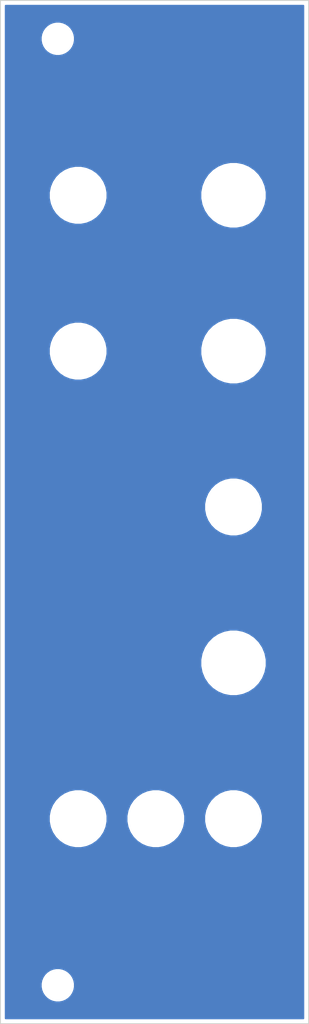
<source format=kicad_pcb>
(kicad_pcb (version 20171130) (host pcbnew 5.1.6-c6e7f7d~86~ubuntu20.04.1)

  (general
    (thickness 1.6)
    (drawings 7)
    (tracks 0)
    (zones 0)
    (modules 11)
    (nets 1)
  )

  (page A4)
  (title_block
    (title ПОЛИВОКС)
    (date 2020-06-01)
    (rev 01)
    (comment 1 "PCB for Panel")
    (comment 2 "polivoks LM4250 VCF")
    (comment 4 "License CC BY 4.0 - Attribution 4.0 International")
  )

  (layers
    (0 F.Cu signal)
    (31 B.Cu signal)
    (32 B.Adhes user)
    (33 F.Adhes user)
    (34 B.Paste user)
    (35 F.Paste user)
    (36 B.SilkS user)
    (37 F.SilkS user)
    (38 B.Mask user)
    (39 F.Mask user)
    (40 Dwgs.User user)
    (41 Cmts.User user)
    (42 Eco1.User user)
    (43 Eco2.User user)
    (44 Edge.Cuts user)
    (45 Margin user)
    (46 B.CrtYd user)
    (47 F.CrtYd user)
    (48 B.Fab user)
    (49 F.Fab user)
  )

  (setup
    (last_trace_width 0.25)
    (trace_clearance 0.2)
    (zone_clearance 0.508)
    (zone_45_only no)
    (trace_min 0.2)
    (via_size 0.8)
    (via_drill 0.4)
    (via_min_size 0.4)
    (via_min_drill 0.3)
    (uvia_size 0.3)
    (uvia_drill 0.1)
    (uvias_allowed no)
    (uvia_min_size 0.2)
    (uvia_min_drill 0.1)
    (edge_width 0.05)
    (segment_width 0.2)
    (pcb_text_width 0.3)
    (pcb_text_size 1.5 1.5)
    (mod_edge_width 0.12)
    (mod_text_size 1 1)
    (mod_text_width 0.15)
    (pad_size 5 5)
    (pad_drill 0)
    (pad_to_mask_clearance 0.051)
    (solder_mask_min_width 0.25)
    (aux_axis_origin 0 0)
    (visible_elements 7FFFFFFF)
    (pcbplotparams
      (layerselection 0x010f0_ffffffff)
      (usegerberextensions false)
      (usegerberattributes false)
      (usegerberadvancedattributes false)
      (creategerberjobfile false)
      (excludeedgelayer true)
      (linewidth 0.100000)
      (plotframeref false)
      (viasonmask false)
      (mode 1)
      (useauxorigin false)
      (hpglpennumber 1)
      (hpglpenspeed 20)
      (hpglpendiameter 15.000000)
      (psnegative false)
      (psa4output false)
      (plotreference true)
      (plotvalue true)
      (plotinvisibletext false)
      (padsonsilk false)
      (subtractmaskfromsilk false)
      (outputformat 1)
      (mirror false)
      (drillshape 0)
      (scaleselection 1)
      (outputdirectory "gerbers/"))
  )

  (net 0 "")

  (net_class Default "This is the default net class."
    (clearance 0.2)
    (trace_width 0.25)
    (via_dia 0.8)
    (via_drill 0.4)
    (uvia_dia 0.3)
    (uvia_drill 0.1)
  )

  (module MountingHole:MountingHole_3.2mm_M3 (layer F.Cu) (tedit 56D1B4CB) (tstamp 5ED49E9E)
    (at 32.9 30.4)
    (descr "Mounting Hole 3.2mm, no annular, M3")
    (tags "mounting hole 3.2mm no annular m3")
    (path /5ED4DD9E)
    (attr virtual)
    (fp_text reference H11 (at 0 -4.2) (layer F.SilkS) hide
      (effects (font (size 1 1) (thickness 0.15)))
    )
    (fp_text value MountingHole (at 0 4.2) (layer F.Fab) hide
      (effects (font (size 1 1) (thickness 0.15)))
    )
    (fp_text user %R (at 0.3 0) (layer F.Fab) hide
      (effects (font (size 1 1) (thickness 0.15)))
    )
    (fp_circle (center 0 0) (end 3.2 0) (layer Cmts.User) (width 0.15))
    (fp_circle (center 0 0) (end 3.45 0) (layer F.CrtYd) (width 0.05))
    (pad 1 np_thru_hole circle (at 0 0) (size 3.2 3.2) (drill 3.2) (layers *.Cu *.Mask))
  )

  (module MountingHole:MountingHole_3.2mm_M3 (layer F.Cu) (tedit 56D1B4CB) (tstamp 5ED49E96)
    (at 32.9 153.8)
    (descr "Mounting Hole 3.2mm, no annular, M3")
    (tags "mounting hole 3.2mm no annular m3")
    (path /5ED4DAFF)
    (attr virtual)
    (fp_text reference H10 (at 0 -4.2) (layer F.SilkS) hide
      (effects (font (size 1 1) (thickness 0.15)))
    )
    (fp_text value MountingHole (at 0 4.2) (layer F.Fab) hide
      (effects (font (size 1 1) (thickness 0.15)))
    )
    (fp_text user %R (at 0.3 0) (layer F.Fab) hide
      (effects (font (size 1 1) (thickness 0.15)))
    )
    (fp_circle (center 0 0) (end 3.2 0) (layer Cmts.User) (width 0.15))
    (fp_circle (center 0 0) (end 3.45 0) (layer F.CrtYd) (width 0.05))
    (pad 1 np_thru_hole circle (at 0 0) (size 3.2 3.2) (drill 3.2) (layers *.Cu *.Mask))
  )

  (module elektrophon:panel_switch (layer F.Cu) (tedit 5EE642B8) (tstamp 5ED49E8E)
    (at 55.88 91.44)
    (descr "Mounting Hole 8.4mm, no annular, M8")
    (tags "mounting hole 8.4mm no annular m8")
    (path /5ED4BD61)
    (attr virtual)
    (fp_text reference H9 (at 0 -9.4) (layer F.SilkS) hide
      (effects (font (size 1 1) (thickness 0.15)))
    )
    (fp_text value soft/hard (at 0 9.144) (layer F.Mask)
      (effects (font (size 2 1.4) (thickness 0.25)))
    )
    (fp_text user %R (at 0.3 0) (layer F.Fab)
      (effects (font (size 1 1) (thickness 0.15)))
    )
    (fp_circle (center 0 0) (end 5.2 0) (layer F.CrtYd) (width 0.05))
    (fp_circle (center 0 0) (end 5 0) (layer Cmts.User) (width 0.15))
    (pad "" np_thru_hole circle (at 0 0) (size 6.4 6.4) (drill 6.4) (layers *.Cu *.Mask))
    (model "/home/etienne/Documents/elektrophon/lib/kicad/models/SPDT Toggle Switch.stp"
      (offset (xyz -3.5 12.5 -10.5))
      (scale (xyz 1 1 1))
      (rotate (xyz -90 0 -90))
    )
  )

  (module elektrophon:panel_jack (layer F.Cu) (tedit 5DA46DDA) (tstamp 5ED49E86)
    (at 55.88 132.08)
    (descr "Mounting Hole 8.4mm, no annular, M8")
    (tags "mounting hole 8.4mm no annular m8")
    (path /5ED4B890)
    (attr virtual)
    (fp_text reference H8 (at 0 -9.4) (layer F.SilkS) hide
      (effects (font (size 1 1) (thickness 0.15)))
    )
    (fp_text value lp (at 0 9.144) (layer F.Mask)
      (effects (font (size 2 1.4) (thickness 0.25)))
    )
    (fp_text user %R (at 0.3 0) (layer F.Fab)
      (effects (font (size 1 1) (thickness 0.15)))
    )
    (fp_circle (center 0 0) (end 4 0) (layer Cmts.User) (width 0.15))
    (fp_circle (center 0 0) (end 4.2 0) (layer F.CrtYd) (width 0.05))
    (pad "" np_thru_hole circle (at 0 0) (size 6.4 6.4) (drill 6.4) (layers *.Cu *.Mask))
    (model "${KIPRJMOD}/../../../lib/kicad/models/PJ301M-12 Thonkiconn v0.2.stp"
      (offset (xyz 0 0.8 -10.5))
      (scale (xyz 1 1 1))
      (rotate (xyz 0 0 0))
    )
  )

  (module elektrophon:panel_potentiometer (layer F.Cu) (tedit 5DA46CEF) (tstamp 5ED49E7E)
    (at 55.88 111.76)
    (descr "Mounting Hole 8.4mm, no annular, M8")
    (tags "mounting hole 8.4mm no annular m8")
    (path /5ED4B463)
    (attr virtual)
    (fp_text reference H7 (at 0 -9.4) (layer F.SilkS) hide
      (effects (font (size 1 1) (thickness 0.15)))
    )
    (fp_text value res (at 0 9.144) (layer F.Mask)
      (effects (font (size 2 1.4) (thickness 0.25)))
    )
    (fp_text user %R (at 0.3 0) (layer F.Fab)
      (effects (font (size 1 1) (thickness 0.15)))
    )
    (fp_circle (center 0 0) (end 6.35 0) (layer Cmts.User) (width 0.15))
    (fp_circle (center 0 0) (end 6.6 0) (layer F.CrtYd) (width 0.05))
    (pad "" np_thru_hole circle (at 0 0) (size 7.4 7.4) (drill 7.4) (layers *.Cu *.Mask))
    (model "${KIPRJMOD}/../../../lib/kicad/models/chroma cap.step"
      (offset (xyz 0 0 8))
      (scale (xyz 1 1 1))
      (rotate (xyz -90 0 0))
    )
  )

  (module elektrophon:panel_potentiometer (layer F.Cu) (tedit 5DA46CEF) (tstamp 5ED49E76)
    (at 55.88 71.12)
    (descr "Mounting Hole 8.4mm, no annular, M8")
    (tags "mounting hole 8.4mm no annular m8")
    (path /5ED4AC12)
    (attr virtual)
    (fp_text reference H6 (at 0 -9.4) (layer F.SilkS) hide
      (effects (font (size 1 1) (thickness 0.15)))
    )
    (fp_text value freq (at 0 9.144) (layer F.Mask)
      (effects (font (size 2 1.4) (thickness 0.25)))
    )
    (fp_text user %R (at 0.3 0) (layer F.Fab)
      (effects (font (size 1 1) (thickness 0.15)))
    )
    (fp_circle (center 0 0) (end 6.35 0) (layer Cmts.User) (width 0.15))
    (fp_circle (center 0 0) (end 6.6 0) (layer F.CrtYd) (width 0.05))
    (pad "" np_thru_hole circle (at 0 0) (size 7.4 7.4) (drill 7.4) (layers *.Cu *.Mask))
    (model "${KIPRJMOD}/../../../lib/kicad/models/chroma cap.step"
      (offset (xyz 0 0 8))
      (scale (xyz 1 1 1))
      (rotate (xyz -90 0 0))
    )
  )

  (module elektrophon:panel_jack (layer F.Cu) (tedit 5DA46DDA) (tstamp 5ED49E67)
    (at 45.72 132.08)
    (descr "Mounting Hole 8.4mm, no annular, M8")
    (tags "mounting hole 8.4mm no annular m8")
    (path /5ED4B623)
    (attr virtual)
    (fp_text reference H4 (at 0 -9.4) (layer F.SilkS) hide
      (effects (font (size 1 1) (thickness 0.15)))
    )
    (fp_text value bp (at 0 9.144) (layer F.Mask)
      (effects (font (size 2 1.4) (thickness 0.25)))
    )
    (fp_text user %R (at 0.3 0) (layer F.Fab)
      (effects (font (size 1 1) (thickness 0.15)))
    )
    (fp_circle (center 0 0) (end 4 0) (layer Cmts.User) (width 0.15))
    (fp_circle (center 0 0) (end 4.2 0) (layer F.CrtYd) (width 0.05))
    (pad "" np_thru_hole circle (at 0 0) (size 6.4 6.4) (drill 6.4) (layers *.Cu *.Mask))
    (model "${KIPRJMOD}/../../../lib/kicad/models/PJ301M-12 Thonkiconn v0.2.stp"
      (offset (xyz 0 0.8 -10.5))
      (scale (xyz 1 1 1))
      (rotate (xyz 0 0 0))
    )
  )

  (module elektrophon:panel_jack (layer F.Cu) (tedit 5DA46DDA) (tstamp 5ED49E5F)
    (at 35.56 132.08)
    (descr "Mounting Hole 8.4mm, no annular, M8")
    (tags "mounting hole 8.4mm no annular m8")
    (path /5ED4B11B)
    (attr virtual)
    (fp_text reference H3 (at 0 -9.4) (layer F.SilkS) hide
      (effects (font (size 1 1) (thickness 0.15)))
    )
    (fp_text value in (at 0 9.144) (layer F.Mask)
      (effects (font (size 2 1.4) (thickness 0.25)))
    )
    (fp_text user %R (at 0.3 0) (layer F.Fab)
      (effects (font (size 1 1) (thickness 0.15)))
    )
    (fp_circle (center 0 0) (end 4 0) (layer Cmts.User) (width 0.15))
    (fp_circle (center 0 0) (end 4.2 0) (layer F.CrtYd) (width 0.05))
    (pad "" np_thru_hole circle (at 0 0) (size 6.4 6.4) (drill 6.4) (layers *.Cu *.Mask))
    (model "${KIPRJMOD}/../../../lib/kicad/models/PJ301M-12 Thonkiconn v0.2.stp"
      (offset (xyz 0 0.8 -10.5))
      (scale (xyz 1 1 1))
      (rotate (xyz 0 0 0))
    )
  )

  (module elektrophon:panel_jack (layer F.Cu) (tedit 5DA46DDA) (tstamp 5ED49E57)
    (at 35.56 71.12)
    (descr "Mounting Hole 8.4mm, no annular, M8")
    (tags "mounting hole 8.4mm no annular m8")
    (path /5ED4AEB2)
    (attr virtual)
    (fp_text reference H2 (at 0 -9.4) (layer F.SilkS) hide
      (effects (font (size 1 1) (thickness 0.15)))
    )
    (fp_text value cv (at 0 9.144) (layer F.Mask)
      (effects (font (size 2 1.4) (thickness 0.25)))
    )
    (fp_text user %R (at 0.3 0) (layer F.Fab)
      (effects (font (size 1 1) (thickness 0.15)))
    )
    (fp_circle (center 0 0) (end 4 0) (layer Cmts.User) (width 0.15))
    (fp_circle (center 0 0) (end 4.2 0) (layer F.CrtYd) (width 0.05))
    (pad "" np_thru_hole circle (at 0 0) (size 6.4 6.4) (drill 6.4) (layers *.Cu *.Mask))
    (model "${KIPRJMOD}/../../../lib/kicad/models/PJ301M-12 Thonkiconn v0.2.stp"
      (offset (xyz 0 0.8 -10.5))
      (scale (xyz 1 1 1))
      (rotate (xyz 0 0 0))
    )
  )

  (module elektrophon:panel_potentiometer (layer F.Cu) (tedit 5DA46CEF) (tstamp 5E063B4A)
    (at 55.88 50.8)
    (descr "Mounting Hole 8.4mm, no annular, M8")
    (tags "mounting hole 8.4mm no annular m8")
    (path /5D6AFC22)
    (attr virtual)
    (fp_text reference H5 (at 0 -9.4) (layer F.SilkS) hide
      (effects (font (size 1 1) (thickness 0.15)))
    )
    (fp_text value level (at 0 9.144) (layer F.Mask) hide
      (effects (font (size 2 1.4) (thickness 0.25)))
    )
    (fp_text user %R (at 0.3 0) (layer F.Fab) hide
      (effects (font (size 1 1) (thickness 0.15)))
    )
    (fp_circle (center 0 0) (end 6.35 0) (layer Cmts.User) (width 0.15))
    (fp_circle (center 0 0) (end 6.6 0) (layer F.CrtYd) (width 0.05))
    (pad "" np_thru_hole circle (at 0 0) (size 7.4 7.4) (drill 7.4) (layers *.Cu *.Mask))
    (model "${KIPRJMOD}/../../../lib/kicad/models/chroma cap.step"
      (offset (xyz 0 0 8))
      (scale (xyz 1 1 1))
      (rotate (xyz -90 0 0))
    )
  )

  (module elektrophon:panel_jack (layer F.Cu) (tedit 5DA46DDA) (tstamp 5E063B12)
    (at 35.56 50.8)
    (descr "Mounting Hole 8.4mm, no annular, M8")
    (tags "mounting hole 8.4mm no annular m8")
    (path /5E05E354)
    (attr virtual)
    (fp_text reference H1 (at 0 -9.4) (layer F.SilkS) hide
      (effects (font (size 1 1) (thickness 0.15)))
    )
    (fp_text value fm (at 0 9.144) (layer F.Mask)
      (effects (font (size 2 1.4) (thickness 0.25)))
    )
    (fp_text user %R (at 0.3 0) (layer F.Fab)
      (effects (font (size 1 1) (thickness 0.15)))
    )
    (fp_circle (center 0 0) (end 4 0) (layer Cmts.User) (width 0.15))
    (fp_circle (center 0 0) (end 4.2 0) (layer F.CrtYd) (width 0.05))
    (pad "" np_thru_hole circle (at 0 0) (size 6.4 6.4) (drill 6.4) (layers *.Cu *.Mask))
    (model "${KIPRJMOD}/../../../lib/kicad/models/PJ301M-12 Thonkiconn v0.2.stp"
      (offset (xyz 0 0.8 -10.5))
      (scale (xyz 1 1 1))
      (rotate (xyz 0 0 0))
    )
  )

  (gr_line (start 35.56 50.8) (end 55.88 50.8) (layer F.Mask) (width 0.25))
  (gr_text R01 (at 60.12 155.09) (layer F.Cu)
    (effects (font (size 2 1.4) (thickness 0.25)))
  )
  (gr_text ПОЛИВОКС (at 48.514 30.734) (layer F.Mask)
    (effects (font (size 3 3) (thickness 0.35)))
  )
  (gr_line (start 65.7 158.8) (end 25.4 158.8) (layer Edge.Cuts) (width 0.12))
  (gr_line (start 65.7 25.4) (end 65.7 158.8) (layer Edge.Cuts) (width 0.12))
  (gr_line (start 25.4 25.4) (end 25.4 158.8) (layer Edge.Cuts) (width 0.12))
  (gr_line (start 25.4 25.4) (end 65.7 25.4) (layer Edge.Cuts) (width 0.12))

  (zone (net 0) (net_name "") (layer B.Cu) (tstamp 5EDD612B) (hatch edge 0.508)
    (connect_pads (clearance 0.508))
    (min_thickness 0.254)
    (fill yes (arc_segments 32) (thermal_gap 0.508) (thermal_bridge_width 0.508))
    (polygon
      (pts
        (xy 25.39 25.34) (xy 65.72 25.41) (xy 65.69 158.79) (xy 25.41 158.79)
      )
    )
    (filled_polygon
      (pts
        (xy 65.005001 158.105) (xy 26.095 158.105) (xy 26.095 153.579872) (xy 30.665 153.579872) (xy 30.665 154.020128)
        (xy 30.75089 154.451925) (xy 30.919369 154.858669) (xy 31.163962 155.224729) (xy 31.475271 155.536038) (xy 31.841331 155.780631)
        (xy 32.248075 155.94911) (xy 32.679872 156.035) (xy 33.120128 156.035) (xy 33.551925 155.94911) (xy 33.958669 155.780631)
        (xy 34.324729 155.536038) (xy 34.636038 155.224729) (xy 34.880631 154.858669) (xy 35.04911 154.451925) (xy 35.135 154.020128)
        (xy 35.135 153.579872) (xy 35.04911 153.148075) (xy 34.880631 152.741331) (xy 34.636038 152.375271) (xy 34.324729 152.063962)
        (xy 33.958669 151.819369) (xy 33.551925 151.65089) (xy 33.120128 151.565) (xy 32.679872 151.565) (xy 32.248075 151.65089)
        (xy 31.841331 151.819369) (xy 31.475271 152.063962) (xy 31.163962 152.375271) (xy 30.919369 152.741331) (xy 30.75089 153.148075)
        (xy 30.665 153.579872) (xy 26.095 153.579872) (xy 26.095 131.702285) (xy 31.725 131.702285) (xy 31.725 132.457715)
        (xy 31.872377 133.198628) (xy 32.161467 133.896554) (xy 32.581161 134.52467) (xy 33.11533 135.058839) (xy 33.743446 135.478533)
        (xy 34.441372 135.767623) (xy 35.182285 135.915) (xy 35.937715 135.915) (xy 36.678628 135.767623) (xy 37.376554 135.478533)
        (xy 38.00467 135.058839) (xy 38.538839 134.52467) (xy 38.958533 133.896554) (xy 39.247623 133.198628) (xy 39.395 132.457715)
        (xy 39.395 131.702285) (xy 41.885 131.702285) (xy 41.885 132.457715) (xy 42.032377 133.198628) (xy 42.321467 133.896554)
        (xy 42.741161 134.52467) (xy 43.27533 135.058839) (xy 43.903446 135.478533) (xy 44.601372 135.767623) (xy 45.342285 135.915)
        (xy 46.097715 135.915) (xy 46.838628 135.767623) (xy 47.536554 135.478533) (xy 48.16467 135.058839) (xy 48.698839 134.52467)
        (xy 49.118533 133.896554) (xy 49.407623 133.198628) (xy 49.555 132.457715) (xy 49.555 131.702285) (xy 52.045 131.702285)
        (xy 52.045 132.457715) (xy 52.192377 133.198628) (xy 52.481467 133.896554) (xy 52.901161 134.52467) (xy 53.43533 135.058839)
        (xy 54.063446 135.478533) (xy 54.761372 135.767623) (xy 55.502285 135.915) (xy 56.257715 135.915) (xy 56.998628 135.767623)
        (xy 57.696554 135.478533) (xy 58.32467 135.058839) (xy 58.858839 134.52467) (xy 59.278533 133.896554) (xy 59.567623 133.198628)
        (xy 59.715 132.457715) (xy 59.715 131.702285) (xy 59.567623 130.961372) (xy 59.278533 130.263446) (xy 58.858839 129.63533)
        (xy 58.32467 129.101161) (xy 57.696554 128.681467) (xy 56.998628 128.392377) (xy 56.257715 128.245) (xy 55.502285 128.245)
        (xy 54.761372 128.392377) (xy 54.063446 128.681467) (xy 53.43533 129.101161) (xy 52.901161 129.63533) (xy 52.481467 130.263446)
        (xy 52.192377 130.961372) (xy 52.045 131.702285) (xy 49.555 131.702285) (xy 49.407623 130.961372) (xy 49.118533 130.263446)
        (xy 48.698839 129.63533) (xy 48.16467 129.101161) (xy 47.536554 128.681467) (xy 46.838628 128.392377) (xy 46.097715 128.245)
        (xy 45.342285 128.245) (xy 44.601372 128.392377) (xy 43.903446 128.681467) (xy 43.27533 129.101161) (xy 42.741161 129.63533)
        (xy 42.321467 130.263446) (xy 42.032377 130.961372) (xy 41.885 131.702285) (xy 39.395 131.702285) (xy 39.247623 130.961372)
        (xy 38.958533 130.263446) (xy 38.538839 129.63533) (xy 38.00467 129.101161) (xy 37.376554 128.681467) (xy 36.678628 128.392377)
        (xy 35.937715 128.245) (xy 35.182285 128.245) (xy 34.441372 128.392377) (xy 33.743446 128.681467) (xy 33.11533 129.101161)
        (xy 32.581161 129.63533) (xy 32.161467 130.263446) (xy 31.872377 130.961372) (xy 31.725 131.702285) (xy 26.095 131.702285)
        (xy 26.095 111.33304) (xy 51.545 111.33304) (xy 51.545 112.18696) (xy 51.711592 113.024473) (xy 52.038373 113.813392)
        (xy 52.512786 114.523401) (xy 53.116599 115.127214) (xy 53.826608 115.601627) (xy 54.615527 115.928408) (xy 55.45304 116.095)
        (xy 56.30696 116.095) (xy 57.144473 115.928408) (xy 57.933392 115.601627) (xy 58.643401 115.127214) (xy 59.247214 114.523401)
        (xy 59.721627 113.813392) (xy 60.048408 113.024473) (xy 60.215 112.18696) (xy 60.215 111.33304) (xy 60.048408 110.495527)
        (xy 59.721627 109.706608) (xy 59.247214 108.996599) (xy 58.643401 108.392786) (xy 57.933392 107.918373) (xy 57.144473 107.591592)
        (xy 56.30696 107.425) (xy 55.45304 107.425) (xy 54.615527 107.591592) (xy 53.826608 107.918373) (xy 53.116599 108.392786)
        (xy 52.512786 108.996599) (xy 52.038373 109.706608) (xy 51.711592 110.495527) (xy 51.545 111.33304) (xy 26.095 111.33304)
        (xy 26.095 91.062285) (xy 52.045 91.062285) (xy 52.045 91.817715) (xy 52.192377 92.558628) (xy 52.481467 93.256554)
        (xy 52.901161 93.88467) (xy 53.43533 94.418839) (xy 54.063446 94.838533) (xy 54.761372 95.127623) (xy 55.502285 95.275)
        (xy 56.257715 95.275) (xy 56.998628 95.127623) (xy 57.696554 94.838533) (xy 58.32467 94.418839) (xy 58.858839 93.88467)
        (xy 59.278533 93.256554) (xy 59.567623 92.558628) (xy 59.715 91.817715) (xy 59.715 91.062285) (xy 59.567623 90.321372)
        (xy 59.278533 89.623446) (xy 58.858839 88.99533) (xy 58.32467 88.461161) (xy 57.696554 88.041467) (xy 56.998628 87.752377)
        (xy 56.257715 87.605) (xy 55.502285 87.605) (xy 54.761372 87.752377) (xy 54.063446 88.041467) (xy 53.43533 88.461161)
        (xy 52.901161 88.99533) (xy 52.481467 89.623446) (xy 52.192377 90.321372) (xy 52.045 91.062285) (xy 26.095 91.062285)
        (xy 26.095 70.742285) (xy 31.725 70.742285) (xy 31.725 71.497715) (xy 31.872377 72.238628) (xy 32.161467 72.936554)
        (xy 32.581161 73.56467) (xy 33.11533 74.098839) (xy 33.743446 74.518533) (xy 34.441372 74.807623) (xy 35.182285 74.955)
        (xy 35.937715 74.955) (xy 36.678628 74.807623) (xy 37.376554 74.518533) (xy 38.00467 74.098839) (xy 38.538839 73.56467)
        (xy 38.958533 72.936554) (xy 39.247623 72.238628) (xy 39.395 71.497715) (xy 39.395 70.742285) (xy 39.385205 70.69304)
        (xy 51.545 70.69304) (xy 51.545 71.54696) (xy 51.711592 72.384473) (xy 52.038373 73.173392) (xy 52.512786 73.883401)
        (xy 53.116599 74.487214) (xy 53.826608 74.961627) (xy 54.615527 75.288408) (xy 55.45304 75.455) (xy 56.30696 75.455)
        (xy 57.144473 75.288408) (xy 57.933392 74.961627) (xy 58.643401 74.487214) (xy 59.247214 73.883401) (xy 59.721627 73.173392)
        (xy 60.048408 72.384473) (xy 60.215 71.54696) (xy 60.215 70.69304) (xy 60.048408 69.855527) (xy 59.721627 69.066608)
        (xy 59.247214 68.356599) (xy 58.643401 67.752786) (xy 57.933392 67.278373) (xy 57.144473 66.951592) (xy 56.30696 66.785)
        (xy 55.45304 66.785) (xy 54.615527 66.951592) (xy 53.826608 67.278373) (xy 53.116599 67.752786) (xy 52.512786 68.356599)
        (xy 52.038373 69.066608) (xy 51.711592 69.855527) (xy 51.545 70.69304) (xy 39.385205 70.69304) (xy 39.247623 70.001372)
        (xy 38.958533 69.303446) (xy 38.538839 68.67533) (xy 38.00467 68.141161) (xy 37.376554 67.721467) (xy 36.678628 67.432377)
        (xy 35.937715 67.285) (xy 35.182285 67.285) (xy 34.441372 67.432377) (xy 33.743446 67.721467) (xy 33.11533 68.141161)
        (xy 32.581161 68.67533) (xy 32.161467 69.303446) (xy 31.872377 70.001372) (xy 31.725 70.742285) (xy 26.095 70.742285)
        (xy 26.095 50.422285) (xy 31.725 50.422285) (xy 31.725 51.177715) (xy 31.872377 51.918628) (xy 32.161467 52.616554)
        (xy 32.581161 53.24467) (xy 33.11533 53.778839) (xy 33.743446 54.198533) (xy 34.441372 54.487623) (xy 35.182285 54.635)
        (xy 35.937715 54.635) (xy 36.678628 54.487623) (xy 37.376554 54.198533) (xy 38.00467 53.778839) (xy 38.538839 53.24467)
        (xy 38.958533 52.616554) (xy 39.247623 51.918628) (xy 39.395 51.177715) (xy 39.395 50.422285) (xy 39.385205 50.37304)
        (xy 51.545 50.37304) (xy 51.545 51.22696) (xy 51.711592 52.064473) (xy 52.038373 52.853392) (xy 52.512786 53.563401)
        (xy 53.116599 54.167214) (xy 53.826608 54.641627) (xy 54.615527 54.968408) (xy 55.45304 55.135) (xy 56.30696 55.135)
        (xy 57.144473 54.968408) (xy 57.933392 54.641627) (xy 58.643401 54.167214) (xy 59.247214 53.563401) (xy 59.721627 52.853392)
        (xy 60.048408 52.064473) (xy 60.215 51.22696) (xy 60.215 50.37304) (xy 60.048408 49.535527) (xy 59.721627 48.746608)
        (xy 59.247214 48.036599) (xy 58.643401 47.432786) (xy 57.933392 46.958373) (xy 57.144473 46.631592) (xy 56.30696 46.465)
        (xy 55.45304 46.465) (xy 54.615527 46.631592) (xy 53.826608 46.958373) (xy 53.116599 47.432786) (xy 52.512786 48.036599)
        (xy 52.038373 48.746608) (xy 51.711592 49.535527) (xy 51.545 50.37304) (xy 39.385205 50.37304) (xy 39.247623 49.681372)
        (xy 38.958533 48.983446) (xy 38.538839 48.35533) (xy 38.00467 47.821161) (xy 37.376554 47.401467) (xy 36.678628 47.112377)
        (xy 35.937715 46.965) (xy 35.182285 46.965) (xy 34.441372 47.112377) (xy 33.743446 47.401467) (xy 33.11533 47.821161)
        (xy 32.581161 48.35533) (xy 32.161467 48.983446) (xy 31.872377 49.681372) (xy 31.725 50.422285) (xy 26.095 50.422285)
        (xy 26.095 30.179872) (xy 30.665 30.179872) (xy 30.665 30.620128) (xy 30.75089 31.051925) (xy 30.919369 31.458669)
        (xy 31.163962 31.824729) (xy 31.475271 32.136038) (xy 31.841331 32.380631) (xy 32.248075 32.54911) (xy 32.679872 32.635)
        (xy 33.120128 32.635) (xy 33.551925 32.54911) (xy 33.958669 32.380631) (xy 34.324729 32.136038) (xy 34.636038 31.824729)
        (xy 34.880631 31.458669) (xy 35.04911 31.051925) (xy 35.135 30.620128) (xy 35.135 30.179872) (xy 35.04911 29.748075)
        (xy 34.880631 29.341331) (xy 34.636038 28.975271) (xy 34.324729 28.663962) (xy 33.958669 28.419369) (xy 33.551925 28.25089)
        (xy 33.120128 28.165) (xy 32.679872 28.165) (xy 32.248075 28.25089) (xy 31.841331 28.419369) (xy 31.475271 28.663962)
        (xy 31.163962 28.975271) (xy 30.919369 29.341331) (xy 30.75089 29.748075) (xy 30.665 30.179872) (xy 26.095 30.179872)
        (xy 26.095 26.095) (xy 65.005 26.095)
      )
    )
  )
)

</source>
